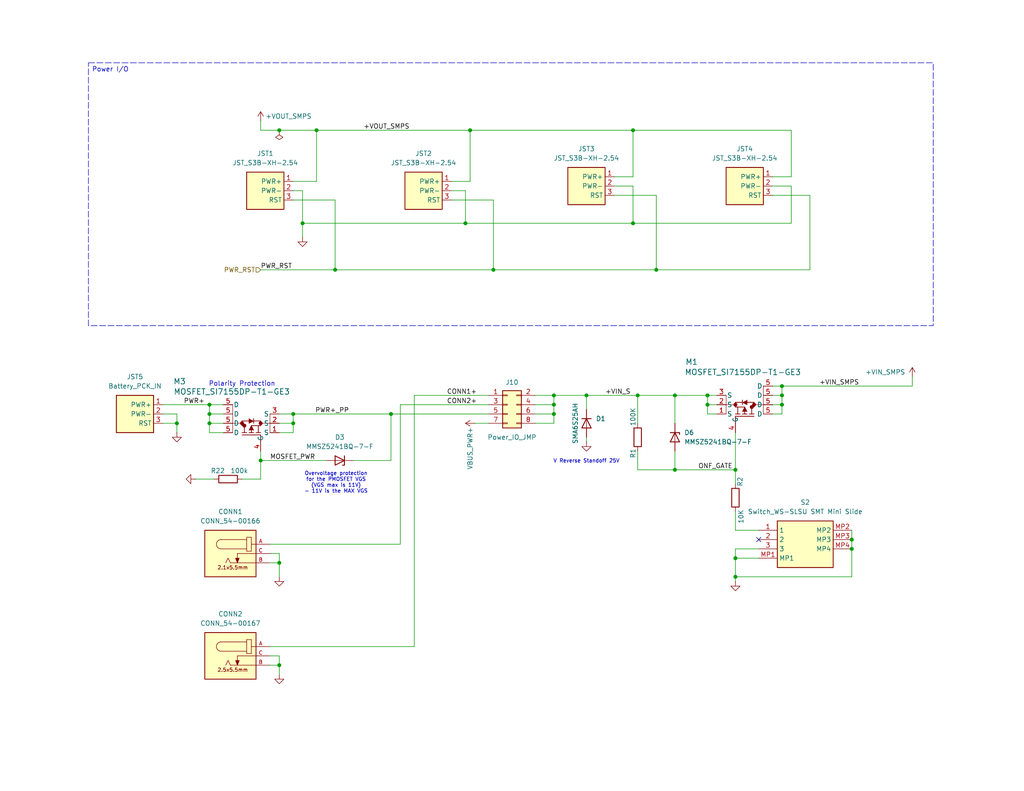
<source format=kicad_sch>
(kicad_sch (version 20231120) (generator "eeschema") (generator_version "8.0")
  (paper "USLetter")
  (lib_symbols
    (symbol "Connector_Generic:Conn_02x04_Odd_Even" (pin_names (offset 1.016) hide)
      (property "Reference" "J" (at 1.27 5.08 0))
      (property "Value" "Conn_02x04_Odd_Even" (at 1.27 -7.62 0))
      (symbol "Conn_02x04_Odd_Even_1_1"
        (rectangle (start -1.27 -4.953) (end 0 -5.207) (stroke (width 0.1524)))
        (rectangle (start -1.27 -2.413) (end 0 -2.667) (stroke (width 0.1524)))
        (rectangle (start -1.27 0.127) (end 0 -0.127) (stroke (width 0.1524)))
        (rectangle (start -1.27 2.667) (end 0 2.413) (stroke (width 0.1524)))
        (rectangle (start -1.27 3.81) (end 3.81 -6.35) (stroke (width 0.254)) (fill (type background)))
        (rectangle (start 3.81 -4.953) (end 2.54 -5.207) (stroke (width 0.1524)))
        (rectangle (start 3.81 -2.413) (end 2.54 -2.667) (stroke (width 0.1524)))
        (rectangle (start 3.81 0.127) (end 2.54 -0.127) (stroke (width 0.1524)))
        (rectangle (start 3.81 2.667) (end 2.54 2.413) (stroke (width 0.1524)))
        (pin passive line (at -5.08 2.54 0) (length 3.81) (name "Pin_1") (number "1"))
        (pin passive line (at 7.62 2.54 180) (length 3.81) (name "Pin_2") (number "2"))
        (pin passive line (at -5.08 0 0) (length 3.81) (name "Pin_3") (number "3"))
        (pin passive line (at 7.62 0 180) (length 3.81) (name "Pin_4") (number "4"))
        (pin passive line (at -5.08 -2.54 0) (length 3.81) (name "Pin_5") (number "5"))
        (pin passive line (at 7.62 -2.54 180) (length 3.81) (name "Pin_6") (number "6"))
        (pin passive line (at -5.08 -5.08 0) (length 3.81) (name "Pin_7") (number "7"))
        (pin passive line (at 7.62 -5.08 180) (length 3.81) (name "Pin_8") (number "8"))
      )
    )
    (symbol "Device:D_Zener" (pin_numbers hide) (pin_names (offset 1.016) hide)
      (property "Reference" "D" (at 0 2.54 0))
      (property "Value" "D_Zener" (at 0 -2.54 0))
      (symbol "D_Zener_0_1"
        (polyline (pts (xy 1.27 0) (xy -1.27 0)))
        (polyline (pts (xy -1.27 -1.27) (xy -1.27 1.27) (xy -0.762 1.27)) (stroke (width 0.254)))
        (polyline (pts (xy 1.27 -1.27) (xy 1.27 1.27) (xy -1.27 0) (xy 1.27 -1.27)) (stroke (width 0.254)))
      )
      (symbol "D_Zener_1_1"
        (pin passive line (at -3.81 0 0) (length 2.54) (name "K") (number "1"))
        (pin passive line (at 3.81 0 180) (length 2.54) (name "A") (number "2"))
      )
    )
    (symbol "Device:R" (pin_numbers hide) (pin_names (offset 0))
      (property "Reference" "R" (at 2.032 0 90))
      (property "Value" "R" (at 0 0 90))
      (symbol "R_0_1"
        (rectangle (start -1.016 -2.54) (end 1.016 2.54) (stroke (width 0.254)))
      )
      (symbol "R_1_1"
        (pin passive line (at 0 3.81 270) (length 1.27) (name "~") (number "1"))
        (pin passive line (at 0 -3.81 90) (length 1.27) (name "~") (number "2"))
      )
    )
    (symbol "Diode:1N4448W" (pin_numbers hide) (pin_names hide)
      (property "Reference" "D" (at 0 2.54 0))
      (property "Value" "1N4448W" (at 0 -2.54 0))
      (symbol "1N4448W_0_1"
        (polyline (pts (xy -1.27 1.27) (xy -1.27 -1.27)) (stroke (width 0.254)))
        (polyline (pts (xy 1.27 0) (xy -1.27 0)))
        (polyline (pts (xy 1.27 1.27) (xy 1.27 -1.27) (xy -1.27 0) (xy 1.27 1.27)) (stroke (width 0.254)))
      )
      (symbol "1N4448W_1_1"
        (pin passive line (at -3.81 0 0) (length 2.54) (name "K") (number "1"))
        (pin passive line (at 3.81 0 180) (length 2.54) (name "A") (number "2"))
      )
    )
    (symbol "MOSFET_SI7155DP-T1-GE3_1" (pin_names (offset 0.254))
      (property "Reference" "M" (at 15.748 3.81 0))
      (property "Value" "MOSFET_SI7155DP-T1-GE3" (at 30.734 1.524 0))
      (symbol "MOSFET_SI7155DP-T1-GE3_1_0_1"
        (polyline (pts (xy 2.54 -5.08) (xy 4.445 -5.08)) (stroke (width 0.2032)))
        (polyline (pts (xy 4.445 0) (xy 4.445 -5.08)) (stroke (width 0.2032)))
        (polyline (pts (xy 5.08 -7.62) (xy 10.16 -7.62)) (stroke (width 0.127)))
        (polyline (pts (xy 5.08 -4.445) (xy 6.985 -4.445)) (stroke (width 0.2032)))
        (polyline (pts (xy 5.08 -3.81) (xy 5.08 -5.08)) (stroke (width 0.2032)))
        (polyline (pts (xy 5.08 -1.905) (xy 5.08 -3.175)) (stroke (width 0.2032)))
        (polyline (pts (xy 5.08 -0.635) (xy 6.985 -0.635)) (stroke (width 0.2032)))
        (polyline (pts (xy 5.08 0) (xy 5.08 -1.27)) (stroke (width 0.2032)))
        (polyline (pts (xy 5.08 2.54) (xy 12.7 2.54)) (stroke (width 0.127)))
        (polyline (pts (xy 5.715 -2.54) (xy 5.08 -2.54)) (stroke (width 0.2032)))
        (polyline (pts (xy 6.985 -5.08) (xy 8.255 -5.08)) (stroke (width 0.2032)))
        (polyline (pts (xy 6.985 -4.445) (xy 6.985 -5.08)) (stroke (width 0.2032)))
        (polyline (pts (xy 6.985 -4.445) (xy 6.985 -2.54)) (stroke (width 0.2032)))
        (polyline (pts (xy 6.985 0) (xy 8.255 0)) (stroke (width 0.2032)))
        (polyline (pts (xy 7.0104 -0.635) (xy 6.985 0)) (stroke (width 0.127)))
        (polyline (pts (xy 7.62 -7.62) (xy 7.62 -5.08)) (stroke (width 0.127)))
        (polyline (pts (xy 7.62 2.54) (xy 7.6454 0)) (stroke (width 0.127)))
        (polyline (pts (xy 8.255 -3.175) (xy 8.255 -5.08)) (stroke (width 0.2032)))
        (polyline (pts (xy 8.255 0) (xy 8.255 -1.905)) (stroke (width 0.2032)))
        (polyline (pts (xy 8.89 -3.175) (xy 7.62 -3.175)) (stroke (width 0.2032)))
        (polyline (pts (xy 5.715 -3.175) (xy 6.985 -2.54) (xy 5.715 -1.905)) (fill (type outline)))
        (polyline (pts (xy 8.89 -1.905) (xy 7.62 -1.905) (xy 8.255 -3.175)) (fill (type outline)))
        (circle (center 6.985 -0.635) (radius 0.0254) (stroke (width 0.508)))
        (circle (center 7.62 -5.08) (radius 0.0254) (stroke (width 0.508)))
        (circle (center 7.62 0) (radius 0.0254) (stroke (width 0.508)))
        (pin passive line (at 5.08 -10.16 90) (length 2.54) (name "S") (number "1"))
        (pin passive line (at 7.62 -10.16 90) (length 2.54) (name "S") (number "2"))
        (pin passive line (at 10.16 -10.16 90) (length 2.54) (name "S") (number "3"))
        (pin passive line (at 0 -5.08 0) (length 2.54) (name "G") (number "4"))
        (pin passive line (at 5.08 5.08 270) (length 2.54) (name "D") (number "5"))
      )
      (symbol "MOSFET_SI7155DP-T1-GE3_1_1_1"
        (pin passive line (at 7.62 5.08 270) (length 2.54) (name "D") (number "5"))
        (pin passive line (at 10.16 5.08 270) (length 2.54) (name "D") (number "5"))
        (pin passive line (at 12.7 5.08 270) (length 2.54) (name "D") (number "5"))
      )
    )
    (symbol "Personal_Projects:CONN_54-00166" (pin_names (offset 1.016))
      (property "Reference" "CONN" (at 1.27 10.16 0))
      (property "Value" "CONN_54-00166" (at 1.27 7.62 0))
      (symbol "CONN_54-00166_0_0"
        (rectangle (start -12.7 6.35) (end 1.27 -6.35) (stroke (width 0.254)) (fill (type background)))
        (arc (start -8.255 3.81) (mid -9.5194 2.54) (end -8.255 1.27) (stroke (width 0.1524)))
        (polyline (pts (xy -8.255 3.81) (xy -1.27 3.81)) (stroke (width 0.1524)))
        (polyline (pts (xy -6.35 -1.27) (xy -6.985 -2.54)) (stroke (width 0.1524)))
        (polyline (pts (xy -5.715 -2.54) (xy -6.35 -1.27)) (stroke (width 0.1524)))
        (polyline (pts (xy -3.81 0) (xy -3.81 -2.54)) (stroke (width 0.1524)))
        (polyline (pts (xy -1.27 0.635) (xy 0 0.635)) (stroke (width 0.1524)))
        (polyline (pts (xy -1.27 1.27) (xy -8.255 1.27)) (stroke (width 0.1524)))
        (polyline (pts (xy -1.27 1.27) (xy -1.27 0.635)) (stroke (width 0.1524)))
        (polyline (pts (xy -1.27 3.81) (xy -1.27 1.27)) (stroke (width 0.1524)))
        (polyline (pts (xy -1.27 4.445) (xy -1.27 3.81)) (stroke (width 0.1524)))
        (polyline (pts (xy 0 -2.54) (xy -5.715 -2.54)) (stroke (width 0.1524)))
        (polyline (pts (xy 0 0) (xy -3.81 0)) (stroke (width 0.1524)))
        (polyline (pts (xy 0 0.635) (xy 0 4.445)) (stroke (width 0.1524)))
        (polyline (pts (xy 0 4.445) (xy -1.27 4.445)) (stroke (width 0.1524)))
        (polyline (pts (xy -3.81 -2.54) (xy -4.318 -1.27) (xy -3.302 -1.27) (xy -3.81 -2.54)) (stroke (width 0.1524)) (fill (type outline)))
        (pin passive line (at 5.08 2.54 180) (length 5.08) (name "~") (number "A"))
        (pin passive line (at 5.08 -2.54 180) (length 5.08) (name "~") (number "B"))
        (pin passive line (at 5.08 0 180) (length 5.08) (name "~") (number "C"))
      )
      (symbol "CONN_54-00166_1_1"
        (text "2.1x5.5mm" (at -5.08 -3.81 0) (effects (font (size 1 1))))
      )
    )
    (symbol "Personal_Projects:CONN_54-00167" (pin_names (offset 1.016))
      (property "Reference" "CONN" (at 1.27 8.89 0))
      (property "Value" "CONN_54-00167" (at 1.27 6.35 0))
      (symbol "CONN_54-00167_0_0"
        (rectangle (start -12.7 6.35) (end 1.27 -6.35) (stroke (width 0.254)) (fill (type background)))
        (arc (start -8.255 3.81) (mid -9.5194 2.54) (end -8.255 1.27) (stroke (width 0.1524)))
        (polyline (pts (xy -8.255 3.81) (xy -1.27 3.81)) (stroke (width 0.1524)))
        (polyline (pts (xy -6.35 -1.27) (xy -6.985 -2.54)) (stroke (width 0.1524)))
        (polyline (pts (xy -5.715 -2.54) (xy -6.35 -1.27)) (stroke (width 0.1524)))
        (polyline (pts (xy -3.81 0) (xy -3.81 -2.54)) (stroke (width 0.1524)))
        (polyline (pts (xy -1.27 0.635) (xy 0 0.635)) (stroke (width 0.1524)))
        (polyline (pts (xy -1.27 1.27) (xy -8.255 1.27)) (stroke (width 0.1524)))
        (polyline (pts (xy -1.27 1.27) (xy -1.27 0.635)) (stroke (width 0.1524)))
        (polyline (pts (xy -1.27 3.81) (xy -1.27 1.27)) (stroke (width 0.1524)))
        (polyline (pts (xy -1.27 4.445) (xy -1.27 3.81)) (stroke (width 0.1524)))
        (polyline (pts (xy 0 -2.54) (xy -5.715 -2.54)) (stroke (width 0.1524)))
        (polyline (pts (xy 0 0) (xy -3.81 0)) (stroke (width 0.1524)))
        (polyline (pts (xy 0 0.635) (xy 0 4.445)) (stroke (width 0.1524)))
        (polyline (pts (xy 0 4.445) (xy -1.27 4.445)) (stroke (width 0.1524)))
        (polyline (pts (xy -3.81 -2.54) (xy -4.318 -1.27) (xy -3.302 -1.27) (xy -3.81 -2.54)) (stroke (width 0.1524)) (fill (type outline)))
        (pin passive line (at 5.08 2.54 180) (length 5.08) (name "~") (number "A"))
        (pin passive line (at 5.08 -2.54 180) (length 5.08) (name "~") (number "B"))
        (pin passive line (at 5.08 0 180) (length 5.08) (name "~") (number "C"))
      )
      (symbol "CONN_54-00167_1_1"
        (text "2.5x5.5mm" (at -5.08 -3.81 0) (effects (font (size 1 1))))
      )
    )
    (symbol "Personal_Projects:JST_S3B-XH-A-1_LF_SN"
      (property "Reference" "JST" (at 12.7 7.62 0))
      (property "Value" "JST_S3B-XH-A-1_LF_SN" (at 12.7 5.08 0))
      (symbol "JST_S3B-XH-A-1_LF_SN_1_1"
        (rectangle (start 2.54 2.54) (end 12.7 -7.62) (stroke (width 0.254)) (fill (type background)))
        (pin passive line (at 0 0 0) (length 2.54) (name "PWR+") (number "1"))
        (pin passive line (at 0 -2.54 0) (length 2.54) (name "PWR-") (number "2"))
        (pin passive line (at 0 -5.08 0) (length 2.54) (name "RST") (number "3"))
      )
    )
    (symbol "Personal_Projects:MOSFET_SI7155DP-T1-GE3" (pin_names (offset 0.254))
      (property "Reference" "M" (at 15.748 3.81 0))
      (property "Value" "MOSFET_SI7155DP-T1-GE3" (at 30.734 1.524 0))
      (symbol "MOSFET_SI7155DP-T1-GE3_0_1"
        (polyline (pts (xy 2.54 -5.08) (xy 4.445 -5.08)) (stroke (width 0.2032)))
        (polyline (pts (xy 4.445 0) (xy 4.445 -5.08)) (stroke (width 0.2032)))
        (polyline (pts (xy 5.08 -7.62) (xy 10.16 -7.62)) (stroke (width 0.127)))
        (polyline (pts (xy 5.08 -4.445) (xy 6.985 -4.445)) (stroke (width 0.2032)))
        (polyline (pts (xy 5.08 -3.81) (xy 5.08 -5.08)) (stroke (width 0.2032)))
        (polyline (pts (xy 5.08 -1.905) (xy 5.08 -3.175)) (stroke (width 0.2032)))
        (polyline (pts (xy 5.08 -0.635) (xy 6.985 -0.635)) (stroke (width 0.2032)))
        (polyline (pts (xy 5.08 0) (xy 5.08 -1.27)) (stroke (width 0.2032)))
        (polyline (pts (xy 5.08 2.54) (xy 12.7 2.54)) (stroke (width 0.127)))
        (polyline (pts (xy 5.715 -2.54) (xy 5.08 -2.54)) (stroke (width 0.2032)))
        (polyline (pts (xy 6.985 -5.08) (xy 8.255 -5.08)) (stroke (width 0.2032)))
        (polyline (pts (xy 6.985 -4.445) (xy 6.985 -5.08)) (stroke (width 0.2032)))
        (polyline (pts (xy 6.985 -4.445) (xy 6.985 -2.54)) (stroke (width 0.2032)))
        (polyline (pts (xy 6.985 0) (xy 8.255 0)) (stroke (width 0.2032)))
        (polyline (pts (xy 7.0104 -0.635) (xy 6.985 0)) (stroke (width 0.127)))
        (polyline (pts (xy 7.62 -7.62) (xy 7.62 -5.08)) (stroke (width 0.127)))
        (polyline (pts (xy 7.62 2.54) (xy 7.6454 0)) (stroke (width 0.127)))
        (polyline (pts (xy 8.255 -3.175) (xy 8.255 -5.08)) (stroke (width 0.2032)))
        (polyline (pts (xy 8.255 0) (xy 8.255 -1.905)) (stroke (width 0.2032)))
        (polyline (pts (xy 8.89 -3.175) (xy 7.62 -3.175)) (stroke (width 0.2032)))
        (polyline (pts (xy 5.715 -3.175) (xy 6.985 -2.54) (xy 5.715 -1.905)) (fill (type outline)))
        (polyline (pts (xy 8.89 -1.905) (xy 7.62 -1.905) (xy 8.255 -3.175)) (fill (type outline)))
        (circle (center 6.985 -0.635) (radius 0.0254) (stroke (width 0.508)))
        (circle (center 7.62 -5.08) (radius 0.0254) (stroke (width 0.508)))
        (circle (center 7.62 0) (radius 0.0254) (stroke (width 0.508)))
        (pin passive line (at 5.08 -10.16 90) (length 2.54) (name "S") (number "1"))
        (pin passive line (at 7.62 -10.16 90) (length 2.54) (name "S") (number "2"))
        (pin passive line (at 10.16 -10.16 90) (length 2.54) (name "S") (number "3"))
        (pin passive line (at 0 -5.08 0) (length 2.54) (name "G") (number "4"))
        (pin passive line (at 5.08 5.08 270) (length 2.54) (name "D") (number "5"))
      )
      (symbol "MOSFET_SI7155DP-T1-GE3_1_1"
        (pin passive line (at 7.62 5.08 270) (length 2.54) (name "D") (number "5"))
        (pin passive line (at 10.16 5.08 270) (length 2.54) (name "D") (number "5"))
        (pin passive line (at 12.7 5.08 270) (length 2.54) (name "D") (number "5"))
      )
    )
    (symbol "Personal_Projects:Switch_WS-SLSU SMT Mini Slide"
      (property "Reference" "S" (at 21.59 7.62 0))
      (property "Value" "Switch_WS-SLSU SMT Mini Slide" (at 21.59 5.08 0))
      (symbol "Switch_WS-SLSU SMT Mini Slide_1_1"
        (rectangle (start 5.08 2.54) (end 20.32 -10.16) (stroke (width 0.254)) (fill (type background)))
        (pin passive line (at 0 0 0) (length 5.08) (name "1") (number "1"))
        (pin passive line (at 0 -2.54 0) (length 5.08) (name "2") (number "2"))
        (pin passive line (at 0 -5.08 0) (length 5.08) (name "3") (number "3"))
        (pin passive line (at 0 -7.62 0) (length 5.08) (name "MP1") (number "MP1"))
        (pin passive line (at 25.4 0 180) (length 5.08) (name "MP2") (number "MP2"))
        (pin passive line (at 25.4 -2.54 180) (length 5.08) (name "MP3") (number "MP3"))
        (pin passive line (at 25.4 -5.08 180) (length 5.08) (name "MP4") (number "MP4"))
      )
    )
    (symbol "power:+3.3V" (power) (pin_numbers hide) (pin_names (offset 0) hide)
      (property "Value" "+3.3V" (at 0 3.556 0))
      (symbol "+3.3V_0_1"
        (polyline (pts (xy -0.762 1.27) (xy 0 2.54)))
        (polyline (pts (xy 0 0) (xy 0 2.54)))
        (polyline (pts (xy 0 2.54) (xy 0.762 1.27)))
      )
      (symbol "+3.3V_1_1"
        (pin power_in line (at 0 0 90) (length 0) (name "~") (number "1"))
      )
    )
    (symbol "power:GND" (power) (pin_numbers hide) (pin_names (offset 0) hide)
      (property "Value" "GND" (at 0 -3.81 0))
      (symbol "GND_0_1"
        (polyline (pts (xy 0 0) (xy 0 -1.27) (xy 1.27 -1.27) (xy 0 -2.54) (xy -1.27 -1.27) (xy 0 -1.27)))
      )
      (symbol "GND_1_1"
        (pin power_in line (at 0 0 270) (length 0) (name "~") (number "1"))
      )
    )
    (symbol "power:PWR_FLAG" (power) (pin_numbers hide) (pin_names (offset 0) hide)
      (property "Value" "PWR_FLAG" (at 0 3.81 0))
      (symbol "PWR_FLAG_0_0"
        (pin power_out line (at 0 0 90) (length 0) (name "~") (number "1"))
      )
      (symbol "PWR_FLAG_0_1"
        (polyline (pts (xy 0 0) (xy 0 1.27) (xy -1.016 1.905) (xy 0 2.54) (xy 1.016 1.905) (xy 0 1.27)))
      )
    )
  )
  (junction (at 179.07 73.66))
  (junction (at 76.2 181.61))
  (junction (at 76.2 153.67))
  (junction (at 151.13 107.95))
  (junction (at 106.68 113.03))
  (junction (at 232.41 147.32))
  (junction (at 200.66 128.27))
  (junction (at 86.36 35.56))
  (junction (at 48.26 115.57))
  (junction (at 71.12 125.73))
  (junction (at 160.02 107.95))
  (junction (at 213.36 110.49))
  (junction (at 151.13 110.49))
  (junction (at 151.13 113.03))
  (junction (at 82.55 60.96))
  (junction (at 76.2 35.56))
  (junction (at 232.41 149.86))
  (junction (at 184.15 107.95))
  (junction (at 57.15 113.03))
  (junction (at 134.62 73.66))
  (junction (at 80.01 115.57))
  (junction (at 213.36 107.95))
  (junction (at 173.99 107.95))
  (junction (at 172.72 60.96))
  (junction (at 200.66 157.48))
  (junction (at 128.27 35.56))
  (junction (at 184.15 128.27))
  (junction (at 193.04 107.95))
  (junction (at 200.66 152.4))
  (junction (at 57.15 110.49))
  (junction (at 172.72 35.56))
  (junction (at 57.15 115.57))
  (junction (at 80.01 113.03))
  (junction (at 193.04 110.49))
  (junction (at 213.36 105.41))
  (junction (at 127 60.96))
  (junction (at 91.44 73.66))
  (no_connect (at 207.01 147.32))
  (wire (pts (xy 200.66 118.11) (xy 200.66 128.27)))
  (wire (pts (xy 82.55 60.96) (xy 82.55 64.77)))
  (wire (pts (xy 220.98 73.66) (xy 220.98 53.34)))
  (wire (pts (xy 71.12 35.56) (xy 76.2 35.56)))
  (wire (pts (xy 215.9 50.8) (xy 215.9 60.96)))
  (wire (pts (xy 106.68 113.03) (xy 106.68 125.73)))
  (wire (pts (xy 71.12 35.56) (xy 71.12 33.02)))
  (wire (pts (xy 167.64 48.26) (xy 172.72 48.26)))
  (wire (pts (xy 66.04 130.81) (xy 71.12 130.81)))
  (wire (pts (xy 173.99 107.95) (xy 184.15 107.95)))
  (wire (pts (xy 76.2 179.07) (xy 76.2 181.61)))
  (wire (pts (xy 123.19 49.53) (xy 128.27 49.53)))
  (wire (pts (xy 213.36 105.41) (xy 248.92 105.41)))
  (wire (pts (xy 134.62 73.66) (xy 134.62 54.61)))
  (wire (pts (xy 215.9 60.96) (xy 172.72 60.96)))
  (wire (pts (xy 179.07 73.66) (xy 179.07 53.34)))
  (wire (pts (xy 173.99 107.95) (xy 173.99 115.57)))
  (wire (pts (xy 151.13 115.57) (xy 151.13 113.03)))
  (wire (pts (xy 76.2 113.03) (xy 80.01 113.03)))
  (wire (pts (xy 76.2 181.61) (xy 76.2 184.15)))
  (wire (pts (xy 172.72 35.56) (xy 128.27 35.56)))
  (wire (pts (xy 48.26 118.11) (xy 48.26 115.57)))
  (wire (pts (xy 184.15 128.27) (xy 200.66 128.27)))
  (wire (pts (xy 57.15 118.11) (xy 57.15 115.57)))
  (wire (pts (xy 129.54 115.57) (xy 133.35 115.57)))
  (wire (pts (xy 200.66 149.86) (xy 200.66 152.4)))
  (wire (pts (xy 232.41 144.78) (xy 232.41 147.32)))
  (wire (pts (xy 232.41 147.32) (xy 232.41 149.86)))
  (wire (pts (xy 200.66 144.78) (xy 207.01 144.78)))
  (wire (pts (xy 48.26 113.03) (xy 44.45 113.03)))
  (wire (pts (xy 57.15 113.03) (xy 57.15 110.49)))
  (wire (pts (xy 57.15 113.03) (xy 60.96 113.03)))
  (wire (pts (xy 73.66 176.53) (xy 113.03 176.53)))
  (wire (pts (xy 200.66 149.86) (xy 207.01 149.86)))
  (wire (pts (xy 193.04 110.49) (xy 193.04 107.95)))
  (wire (pts (xy 193.04 107.95) (xy 195.58 107.95)))
  (wire (pts (xy 80.01 118.11) (xy 80.01 115.57)))
  (wire (pts (xy 146.05 113.03) (xy 151.13 113.03)))
  (wire (pts (xy 109.22 110.49) (xy 133.35 110.49)))
  (wire (pts (xy 151.13 107.95) (xy 160.02 107.95)))
  (wire (pts (xy 172.72 60.96) (xy 127 60.96)))
  (wire (pts (xy 184.15 123.19) (xy 184.15 128.27)))
  (wire (pts (xy 86.36 35.56) (xy 86.36 49.53)))
  (wire (pts (xy 215.9 48.26) (xy 215.9 35.56)))
  (wire (pts (xy 76.2 115.57) (xy 80.01 115.57)))
  (wire (pts (xy 210.82 50.8) (xy 215.9 50.8)))
  (wire (pts (xy 71.12 125.73) (xy 71.12 123.19)))
  (wire (pts (xy 91.44 54.61) (xy 80.01 54.61)))
  (wire (pts (xy 86.36 49.53) (xy 80.01 49.53)))
  (wire (pts (xy 173.99 128.27) (xy 184.15 128.27)))
  (wire (pts (xy 213.36 107.95) (xy 213.36 105.41)))
  (wire (pts (xy 44.45 115.57) (xy 48.26 115.57)))
  (wire (pts (xy 80.01 52.07) (xy 82.55 52.07)))
  (wire (pts (xy 57.15 115.57) (xy 60.96 115.57)))
  (wire (pts (xy 134.62 73.66) (xy 179.07 73.66)))
  (wire (pts (xy 193.04 113.03) (xy 193.04 110.49)))
  (wire (pts (xy 210.82 113.03) (xy 213.36 113.03)))
  (wire (pts (xy 248.92 102.87) (xy 248.92 105.41)))
  (wire (pts (xy 106.68 113.03) (xy 133.35 113.03)))
  (wire (pts (xy 123.19 52.07) (xy 127 52.07)))
  (wire (pts (xy 73.66 153.67) (xy 76.2 153.67)))
  (wire (pts (xy 76.2 35.56) (xy 86.36 35.56)))
  (wire (pts (xy 73.66 181.61) (xy 76.2 181.61)))
  (wire (pts (xy 220.98 53.34) (xy 210.82 53.34)))
  (wire (pts (xy 232.41 149.86) (xy 232.41 157.48)))
  (wire (pts (xy 200.66 128.27) (xy 200.66 132.08)))
  (wire (pts (xy 73.66 151.13) (xy 76.2 151.13)))
  (wire (pts (xy 91.44 73.66) (xy 91.44 54.61)))
  (wire (pts (xy 195.58 113.03) (xy 193.04 113.03)))
  (wire (pts (xy 76.2 151.13) (xy 76.2 153.67)))
  (wire (pts (xy 73.66 179.07) (xy 76.2 179.07)))
  (wire (pts (xy 146.05 107.95) (xy 151.13 107.95)))
  (wire (pts (xy 71.12 125.73) (xy 88.9 125.73)))
  (wire (pts (xy 146.05 115.57) (xy 151.13 115.57)))
  (wire (pts (xy 71.12 73.66) (xy 91.44 73.66)))
  (wire (pts (xy 184.15 107.95) (xy 193.04 107.95)))
  (wire (pts (xy 113.03 107.95) (xy 113.03 176.53)))
  (wire (pts (xy 57.15 115.57) (xy 57.15 113.03)))
  (wire (pts (xy 200.66 139.7) (xy 200.66 144.78)))
  (wire (pts (xy 146.05 110.49) (xy 151.13 110.49)))
  (wire (pts (xy 172.72 50.8) (xy 172.72 60.96)))
  (wire (pts (xy 91.44 73.66) (xy 134.62 73.66)))
  (wire (pts (xy 184.15 107.95) (xy 184.15 115.57)))
  (wire (pts (xy 48.26 115.57) (xy 48.26 113.03)))
  (wire (pts (xy 160.02 107.95) (xy 160.02 111.76)))
  (wire (pts (xy 128.27 35.56) (xy 128.27 49.53)))
  (wire (pts (xy 172.72 35.56) (xy 172.72 48.26)))
  (wire (pts (xy 210.82 107.95) (xy 213.36 107.95)))
  (wire (pts (xy 167.64 50.8) (xy 172.72 50.8)))
  (wire (pts (xy 80.01 115.57) (xy 80.01 113.03)))
  (wire (pts (xy 179.07 73.66) (xy 220.98 73.66)))
  (wire (pts (xy 76.2 153.67) (xy 76.2 157.48)))
  (wire (pts (xy 213.36 113.03) (xy 213.36 110.49)))
  (wire (pts (xy 210.82 105.41) (xy 213.36 105.41)))
  (wire (pts (xy 179.07 53.34) (xy 167.64 53.34)))
  (wire (pts (xy 76.2 118.11) (xy 80.01 118.11)))
  (wire (pts (xy 82.55 52.07) (xy 82.55 60.96)))
  (wire (pts (xy 127 60.96) (xy 82.55 60.96)))
  (wire (pts (xy 96.52 125.73) (xy 106.68 125.73)))
  (wire (pts (xy 151.13 113.03) (xy 151.13 110.49)))
  (wire (pts (xy 71.12 125.73) (xy 71.12 130.81)))
  (wire (pts (xy 113.03 107.95) (xy 133.35 107.95)))
  (wire (pts (xy 200.66 157.48) (xy 200.66 158.75)))
  (wire (pts (xy 193.04 110.49) (xy 195.58 110.49)))
  (wire (pts (xy 160.02 107.95) (xy 173.99 107.95)))
  (wire (pts (xy 200.66 152.4) (xy 207.01 152.4)))
  (wire (pts (xy 86.36 35.56) (xy 128.27 35.56)))
  (wire (pts (xy 134.62 54.61) (xy 123.19 54.61)))
  (wire (pts (xy 57.15 110.49) (xy 60.96 110.49)))
  (wire (pts (xy 213.36 110.49) (xy 213.36 107.95)))
  (wire (pts (xy 232.41 157.48) (xy 200.66 157.48)))
  (wire (pts (xy 160.02 120.65) (xy 160.02 119.38)))
  (wire (pts (xy 215.9 35.56) (xy 172.72 35.56)))
  (wire (pts (xy 173.99 123.19) (xy 173.99 128.27)))
  (wire (pts (xy 210.82 110.49) (xy 213.36 110.49)))
  (wire (pts (xy 80.01 113.03) (xy 106.68 113.03)))
  (wire (pts (xy 200.66 152.4) (xy 200.66 157.48)))
  (wire (pts (xy 210.82 48.26) (xy 215.9 48.26)))
  (wire (pts (xy 109.22 110.49) (xy 109.22 148.59)))
  (wire (pts (xy 44.45 110.49) (xy 57.15 110.49)))
  (wire (pts (xy 127 52.07) (xy 127 60.96)))
  (wire (pts (xy 151.13 110.49) (xy 151.13 107.95)))
  (wire (pts (xy 73.66 148.59) (xy 109.22 148.59)))
  (wire (pts (xy 60.96 118.11) (xy 57.15 118.11)))
  (wire (pts (xy 58.42 130.81) (xy 53.34 130.81)))
  (text_box "Power I/O" (at 24.13 17.145 0) (size 230.505 71.755) (stroke (width 0) (type dash)) (effects (font (size 1.27 1.27)) (justify left top)))
  (text "Overvoltage protection\nfor the PMOSFET VGS\n(VGS max is 11V)\n- 11V is the MAX VGS" (at 91.694 131.826 0) (effects (font (size 1 1))))
  (text "V Reverse Standoff 25V" (at 160.02 125.984 0) (effects (font (size 1 1))))
  (text "Polarity Protection" (at 66.04 104.902 0) (effects (font (size 1.27 1.27))))
  (label "PWR+" (at 55.88 110.49 180))
  (label "ONF_GATE" (at 190.5 128.27 0))
  (label "+VOUT_SMPS" (at 111.76 35.56 180))
  (label "MOSFET_PWR" (at 73.66 125.73 0))
  (label "CONN1+" (at 121.92 107.95 0))
  (label "+VIN_S" (at 165.1 107.95 0))
  (label "+VIN_SMPS" (at 223.52 105.41 0))
  (label "CONN2+" (at 121.92 110.49 0))
  (label "PWR_RST" (at 71.12 73.66 0))
  (label "PWR+_PP" (at 95.25 113.03 180))
  (hierarchical_label "PWR_RST" (shape input) (at 71.12 73.66 180))
  (symbol (lib_id "power:PWR_FLAG") (at 76.2 35.56 180) (unit 1)
    (property "Reference" "#FLG03" (effects (hide yes)))
    (property "Value" "PWR_FLAG" (effects (hide yes)))
    (property "Description" "Special symbol for telling ERC where power comes from" (effects (hide yes)))
  )
  (symbol (lib_id "Personal_Projects:Switch_WS-SLSU SMT Mini Slide") (at 207.01 144.78 0) (unit 1)
    (property "Reference" "S2" (at 219.71 137.16 0))
    (property "Value" "Switch_WS-SLSU SMT Mini Slide" (at 219.71 139.7 0))
    (property "Footprint" "Personal_Project:Switch_WS-SLSU SMT Mini Slide" (effects (hide yes)))
    (property "Datasheet" "https://katalog.we-online.de/em/datasheet/450404015514.pdf" (effects (hide yes)))
    (property "Description" "Slide Switch SPDT Surface Mount" (effects (hide yes)))
    (property "Height" "1.4" (effects (hide yes)))
    (property "Mouser Part Number" "710-450404015514" (effects (hide yes)))
    (property "Mouser Price/Stock" "https://www.mouser.co.uk/ProductDetail/Wurth-Elektronik/450404015514?qs=sPbYRqrBIVk21%2FxsES2IZA%3D%3D" (effects (hide yes)))
    (property "Manufacturer_Name" "Wurth Elektronik" (effects (hide yes)))
    (property "Manufacturer_Part_Number" "450404015514" (effects (hide yes)))
  )
  (symbol (lib_id "Personal_Projects:JST_S3B-XH-A-1_LF_SN") (at 44.45 110.49 0) (mirror y) (unit 1)
    (property "Reference" "JST5" (at 36.83 102.87 0))
    (property "Value" "Battery_PCK_IN" (at 36.83 105.41 0))
    (property "Footprint" "Personal_Project:JST_S3B-XH-SHDRRA3W64P0X250_1X3_990X1150X610P" (effects (hide yes)))
    (property "Datasheet" "http://www.jst-mfg.com/product/pdf/eng/eXH.pdf?5de523f84a15d" (effects (hide yes)))
    (property "Description" "Wire To Board / Wire To Wire Connector Through Hole,P=2.5mm RoHS" (effects (hide yes)))
    (property "Height" "6.1" (effects (hide yes)))
    (property "Mouser Part Number" "306-S3BXHA1LFSN" (effects (hide yes)))
    (property "Mouser Price/Stock" "https://www.mouser.co.uk/ProductDetail/JST-Commercial/S3B-XH-A-1LFSN?qs=QpmGXVUTftECC8e9QmmPaQ%3D%3D" (effects (hide yes)))
    (property "Manufacturer_Name" "JST (JAPAN SOLDERLESS TERMINALS)" (effects (hide yes)))
    (property "Manufacturer_Part_Number" "S3B-XH-A-1(LF)(SN)" (effects (hide yes)))
  )
  (symbol (lib_id "power:GND") (at 76.2 184.15 0) (unit 1)
    (property "Reference" "#PWR081" (effects (hide yes)))
    (property "Value" "GND" (effects (hide yes)))
    (property "Description" "Power symbol creates a global label with name \"GND\" , ground" (effects (hide yes)))
  )
  (symbol (lib_id "Personal_Projects:CONN_54-00167") (at 68.58 179.07 0) (unit 1)
    (property "Reference" "CONN2" (at 62.865 167.64 0))
    (property "Value" "CONN_54-00167" (at 62.865 170.18 0))
    (property "Footprint" "Personal_Project:CONN_54-00167" (effects (hide yes)))
    (property "PARTREV" "A" (effects (hide yes)))
    (property "MANUFACTURER" "TENSILITY" (effects (hide yes)))
    (property "SNAPEDA_PN" "54-00166" (effects (hide yes)))
    (property "MAXIMUM_PACKAGE_HEIGHT" "11.2mm" (effects (hide yes)))
    (property "STANDARD" "Manufacturer Recommendations" (effects (hide yes)))
  )
  (symbol (lib_id "power:+3.3V") (at 71.12 33.02 0) (unit 1)
    (property "Reference" "#PWR083" (effects (hide yes)))
    (property "Value" "+VOUT_SMPS" (at 78.74 31.75 0))
    (property "Description" "Power symbol creates a global label with name \"+3.3V\"" (effects (hide yes)))
  )
  (symbol (lib_id "power:GND") (at 76.2 157.48 0) (unit 1)
    (property "Reference" "#PWR077" (effects (hide yes)))
    (property "Value" "GND" (effects (hide yes)))
    (property "Description" "Power symbol creates a global label with name \"GND\" , ground" (effects (hide yes)))
  )
  (symbol (lib_id "Personal_Projects:JST_S3B-XH-A-1_LF_SN") (at 210.82 48.26 0) (mirror y) (unit 1)
    (property "Reference" "JST4" (at 203.2 40.64 0))
    (property "Value" "JST_S3B-XH-2.54" (at 203.2 43.18 0))
    (property "Footprint" "Personal_Project:JST_S3B-XH-SHDRRA3W64P0X250_1X3_990X1150X610P" (effects (hide yes)))
    (property "Datasheet" "http://www.jst-mfg.com/product/pdf/eng/eXH.pdf?5de523f84a15d" (effects (hide yes)))
    (property "Description" "Wire To Board / Wire To Wire Connector Through Hole,P=2.5mm RoHS" (effects (hide yes)))
    (property "Height" "6.1" (effects (hide yes)))
    (property "Mouser Part Number" "306-S3BXHA1LFSN" (effects (hide yes)))
    (property "Mouser Price/Stock" "https://www.mouser.co.uk/ProductDetail/JST-Commercial/S3B-XH-A-1LFSN?qs=QpmGXVUTftECC8e9QmmPaQ%3D%3D" (effects (hide yes)))
    (property "Manufacturer_Name" "JST (JAPAN SOLDERLESS TERMINALS)" (effects (hide yes)))
    (property "Manufacturer_Part_Number" "S3B-XH-A-1(LF)(SN)" (effects (hide yes)))
  )
  (symbol (lib_id "power:GND") (at 160.02 120.65 0) (unit 1)
    (property "Reference" "#PWR014" (effects (hide yes)))
    (property "Value" "GND" (effects (hide yes)))
    (property "Description" "Power symbol creates a global label with name \"GND\" , ground" (effects (hide yes)))
  )
  (symbol (lib_id "Personal_Projects:MOSFET_SI7155DP-T1-GE3") (at 205.74 118.11 270) (mirror x) (unit 1)
    (property "Reference" "M1" (at 188.722 98.806 90) (effects (font (size 1.524 1.524))))
    (property "Value" "MOSFET_SI7155DP-T1-GE3" (at 202.692 101.6 90) (effects (font (size 1.524 1.524))))
    (property "Footprint" "Personal_Project:MOSFET_SI7155DPT1GE3" (effects (hide yes)))
    (property "Datasheet" "https://www.vishay.com/doc?75769" (effects (hide yes)))
  )
  (symbol (lib_id "Diode:1N4448W") (at 160.02 115.57 270) (unit 1)
    (property "Reference" "D1" (at 162.56 114.2999 90) (effects (justify left)))
    (property "Value" "SMA6S25AH" (at 156.972 109.982 0) (effects (justify left)))
    (property "Footprint" "Diode_SMD:D_SOD-123" (effects (hide yes)))
    (property "Datasheet" "https://www.vishay.com/docs/85722/1n4448w.pdf" (effects (hide yes)))
    (property "Description" "100V 0.15A High-speed standard diode, SOD-123" (effects (hide yes)))
    (property "Sim.Device" "D" (effects (hide yes)))
    (property "Sim.Pins" "1=K 2=A" (effects (hide yes)))
  )
  (symbol (lib_id "power:GND") (at 53.34 130.81 270) (unit 1)
    (property "Reference" "#PWR049" (effects (hide yes)))
    (property "Value" "GND" (effects (hide yes)))
    (property "Description" "Power symbol creates a global label with name \"GND\" , ground" (effects (hide yes)))
  )
  (symbol (lib_id "Device:R") (at 200.66 135.89 0) (unit 1)
    (property "Reference" "R2" (at 201.93 132.842 90) (effects (justify left)))
    (property "Value" "10K" (at 202.184 143.002 90) (effects (justify left)))
    (property "Footprint" "Resistor_SMD:R_0805_2012Metric" (effects (hide yes)))
    (property "Description" "Resistor" (effects (hide yes)))
  )
  (symbol (lib_id "power:GND") (at 200.66 158.75 0) (unit 1)
    (property "Reference" "#PWR015" (effects (hide yes)))
    (property "Value" "GND" (effects (hide yes)))
    (property "Description" "Power symbol creates a global label with name \"GND\" , ground" (effects (hide yes)))
  )
  (symbol (lib_name "MOSFET_SI7155DP-T1-GE3_1") (lib_id "Personal_Projects:MOSFET_SI7155DP-T1-GE3") (at 66.04 123.19 90) (unit 1)
    (property "Reference" "M3" (at 49.022 104.14 90) (effects (font (size 1.524 1.524))))
    (property "Value" "MOSFET_SI7155DP-T1-GE3" (at 63.246 106.934 90) (effects (font (size 1.524 1.524))))
    (property "Footprint" "Personal_Project:MOSFET_SI7155DPT1GE3" (effects (hide yes)))
    (property "Datasheet" "https://www.vishay.com/doc?75769" (effects (hide yes)))
  )
  (symbol (lib_id "power:GND") (at 82.55 64.77 0) (unit 1)
    (property "Reference" "#PWR086" (effects (hide yes)))
    (property "Value" "GND" (effects (hide yes)))
    (property "Description" "Power symbol creates a global label with name \"GND\" , ground" (effects (hide yes)))
  )
  (symbol (lib_id "Device:D_Zener") (at 184.15 119.38 270) (unit 1)
    (property "Reference" "D6" (at 186.69 118.1099 90) (effects (justify left)))
    (property "Value" "MMSZ5241BQ-7-F" (at 186.69 120.6499 90) (effects (justify left)))
    (property "Footprint" "Diode_SMD:D_SOD-123" (effects (hide yes)))
    (property "Description" "Zener diode" (effects (hide yes)))
  )
  (symbol (lib_id "Connector_Generic:Conn_02x04_Odd_Even") (at 138.43 110.49 0) (unit 1)
    (property "Reference" "J10" (at 139.7 104.394 0))
    (property "Value" "Power_IO_JMP" (at 139.7 119.38 0))
    (property "Footprint" "Connector_PinHeader_2.54mm:PinHeader_2x04_P2.54mm_Vertical" (effects (hide yes)))
    (property "Description" "Generic connector, double row, 02x04, odd/even pin numbering scheme (row 1 odd numbers, row 2 even numbers), script generated (kicad-library-utils/schlib/autogen/connector/)" (effects (hide yes)))
  )
  (symbol (lib_id "Personal_Projects:JST_S3B-XH-A-1_LF_SN") (at 167.64 48.26 0) (mirror y) (unit 1)
    (property "Reference" "JST3" (at 160.02 40.64 0))
    (property "Value" "JST_S3B-XH-2.54" (at 160.02 43.18 0))
    (property "Footprint" "Personal_Project:JST_S3B-XH-SHDRRA3W64P0X250_1X3_990X1150X610P" (effects (hide yes)))
    (property "Datasheet" "http://www.jst-mfg.com/product/pdf/eng/eXH.pdf?5de523f84a15d" (effects (hide yes)))
    (property "Description" "Wire To Board / Wire To Wire Connector Through Hole,P=2.5mm RoHS" (effects (hide yes)))
    (property "Height" "6.1" (effects (hide yes)))
    (property "Mouser Part Number" "306-S3BXHA1LFSN" (effects (hide yes)))
    (property "Mouser Price/Stock" "https://www.mouser.co.uk/ProductDetail/JST-Commercial/S3B-XH-A-1LFSN?qs=QpmGXVUTftECC8e9QmmPaQ%3D%3D" (effects (hide yes)))
    (property "Manufacturer_Name" "JST (JAPAN SOLDERLESS TERMINALS)" (effects (hide yes)))
    (property "Manufacturer_Part_Number" "S3B-XH-A-1(LF)(SN)" (effects (hide yes)))
  )
  (symbol (lib_id "power:+3.3V") (at 129.54 115.57 90) (unit 1)
    (property "Reference" "#PWR056" (effects (hide yes)))
    (property "Value" "VBUS_PWR+" (at 128.27 122.428 0))
    (property "Description" "Power symbol creates a global label with name \"+3.3V\"" (effects (hide yes)))
  )
  (symbol (lib_id "Personal_Projects:CONN_54-00166") (at 68.58 151.13 0) (unit 1)
    (property "Reference" "CONN1" (at 62.865 139.7 0))
    (property "Value" "CONN_54-00166" (at 62.865 142.24 0))
    (property "Footprint" "Personal_Project:CONN_54-00166" (effects (hide yes)))
    (property "PARTREV" "A" (effects (hide yes)))
    (property "STANDARD" "Manufacturer Recommendations" (effects (hide yes)))
    (property "SNAPEDA_PN" "54-00166" (effects (hide yes)))
    (property "MAXIMUM_PACKAGE_HEIGHT" "11.2mm" (effects (hide yes)))
    (property "MANUFACTURER" "TENSILITY" (effects (hide yes)))
  )
  (symbol (lib_id "Personal_Projects:JST_S3B-XH-A-1_LF_SN") (at 80.01 49.53 0) (mirror y) (unit 1)
    (property "Reference" "JST1" (at 72.39 41.91 0))
    (property "Value" "JST_S3B-XH-2.54" (at 72.39 44.45 0))
    (property "Footprint" "Personal_Project:JST_S3B-XH-SHDRRA3W64P0X250_1X3_990X1150X610P" (effects (hide yes)))
    (property "Datasheet" "http://www.jst-mfg.com/product/pdf/eng/eXH.pdf?5de523f84a15d" (effects (hide yes)))
    (property "Description" "Wire To Board / Wire To Wire Connector Through Hole,P=2.5mm RoHS" (effects (hide yes)))
    (property "Height" "6.1" (effects (hide yes)))
    (property "Mouser Part Number" "306-S3BXHA1LFSN" (effects (hide yes)))
    (property "Mouser Price/Stock" "https://www.mouser.co.uk/ProductDetail/JST-Commercial/S3B-XH-A-1LFSN?qs=QpmGXVUTftECC8e9QmmPaQ%3D%3D" (effects (hide yes)))
    (property "Manufacturer_Name" "JST (JAPAN SOLDERLESS TERMINALS)" (effects (hide yes)))
    (property "Manufacturer_Part_Number" "S3B-XH-A-1(LF)(SN)" (effects (hide yes)))
  )
  (symbol (lib_id "Device:D_Zener") (at 92.71 125.73 180) (unit 1)
    (property "Reference" "D3" (at 92.71 119.38 0))
    (property "Value" "MMSZ5241BQ-7-F" (at 92.71 121.92 0))
    (property "Footprint" "Diode_SMD:D_SOD-123" (effects (hide yes)))
    (property "Description" "Zener diode" (effects (hide yes)))
  )
  (symbol (lib_id "Device:R") (at 62.23 130.81 90) (unit 1)
    (property "Reference" "R22" (at 59.436 128.524 90))
    (property "Value" "100k" (at 65.278 128.524 90))
    (property "Footprint" "Resistor_SMD:R_0805_2012Metric" (effects (hide yes)))
    (property "Description" "Resistor" (effects (hide yes)))
  )
  (symbol (lib_id "Personal_Projects:JST_S3B-XH-A-1_LF_SN") (at 123.19 49.53 0) (mirror y) (unit 1)
    (property "Reference" "JST2" (at 115.57 41.91 0))
    (property "Value" "JST_S3B-XH-2.54" (at 115.57 44.45 0))
    (property "Footprint" "Personal_Project:JST_S3B-XH-SHDRRA3W64P0X250_1X3_990X1150X610P" (effects (hide yes)))
    (property "Datasheet" "http://www.jst-mfg.com/product/pdf/eng/eXH.pdf?5de523f84a15d" (effects (hide yes)))
    (property "Description" "Wire To Board / Wire To Wire Connector Through Hole,P=2.5mm RoHS" (effects (hide yes)))
    (property "Height" "6.1" (effects (hide yes)))
    (property "Mouser Part Number" "306-S3BXHA1LFSN" (effects (hide yes)))
    (property "Mouser Price/Stock" "https://www.mouser.co.uk/ProductDetail/JST-Commercial/S3B-XH-A-1LFSN?qs=QpmGXVUTftECC8e9QmmPaQ%3D%3D" (effects (hide yes)))
    (property "Manufacturer_Name" "JST (JAPAN SOLDERLESS TERMINALS)" (effects (hide yes)))
    (property "Manufacturer_Part_Number" "S3B-XH-A-1(LF)(SN)" (effects (hide yes)))
  )
  (symbol (lib_id "power:+3.3V") (at 248.92 102.87 0) (unit 1)
    (property "Reference" "#PWR07" (effects (hide yes)))
    (property "Value" "+VIN_SMPS" (at 241.554 101.6 0))
    (property "Description" "Power symbol creates a global label with name \"+3.3V\"" (effects (hide yes)))
  )
  (symbol (lib_id "Device:R") (at 173.99 119.38 180) (unit 1)
    (property "Reference" "R1" (at 172.72 122.428 90) (effects (justify left)))
    (property "Value" "100K" (at 172.72 111.252 90) (effects (justify left)))
    (property "Footprint" "Resistor_SMD:R_0805_2012Metric" (effects (hide yes)))
    (property "Description" "Resistor" (effects (hide yes)))
  )
  (symbol (lib_id "power:GND") (at 48.26 118.11 0) (unit 1)
    (property "Reference" "#PWR047" (effects (hide yes)))
    (property "Value" "GND" (effects (hide yes)))
    (property "Description" "Power symbol creates a global label with name \"GND\" , ground" (effects (hide yes)))
  )
)
</source>
